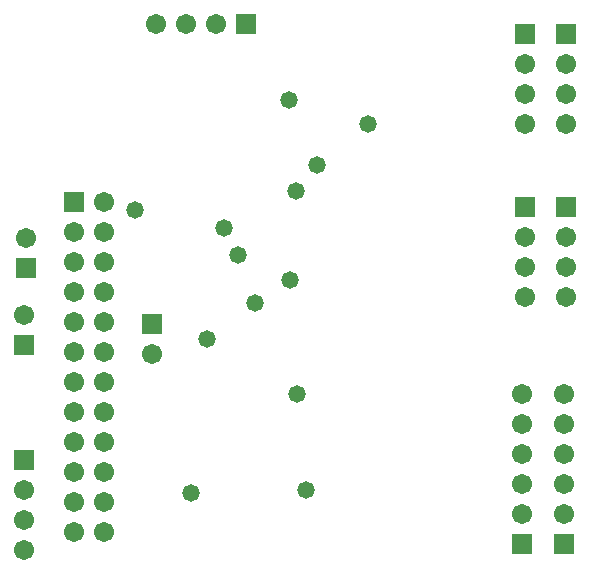
<source format=gbs>
G04 Layer_Color=16711935*
%FSLAX44Y44*%
%MOMM*%
G71*
G01*
G75*
%ADD46R,1.7032X1.7032*%
%ADD47C,1.7032*%
%ADD48R,1.7032X1.7032*%
%ADD49C,1.4732*%
D46*
X474980Y309880D02*
D03*
X440690D02*
D03*
X474980Y455930D02*
D03*
X440690D02*
D03*
X473710Y24130D02*
D03*
X438150D02*
D03*
X16510Y95250D02*
D03*
Y193040D02*
D03*
X17780Y257810D02*
D03*
X58420Y313690D02*
D03*
X124460Y210820D02*
D03*
D47*
X474980Y284480D02*
D03*
Y259080D02*
D03*
Y233680D02*
D03*
X440690Y284480D02*
D03*
Y259080D02*
D03*
Y233680D02*
D03*
X474980Y430530D02*
D03*
Y405130D02*
D03*
Y379730D02*
D03*
X440690Y430530D02*
D03*
Y405130D02*
D03*
Y379730D02*
D03*
X473710Y151130D02*
D03*
Y125730D02*
D03*
Y100330D02*
D03*
Y74930D02*
D03*
Y49530D02*
D03*
X438150Y151130D02*
D03*
Y125730D02*
D03*
Y100330D02*
D03*
Y74930D02*
D03*
Y49530D02*
D03*
X16510Y69850D02*
D03*
Y44450D02*
D03*
Y19050D02*
D03*
Y218440D02*
D03*
X17780Y283210D02*
D03*
X83820Y34290D02*
D03*
X58420D02*
D03*
X83820Y59690D02*
D03*
X58420D02*
D03*
X83820Y85090D02*
D03*
X58420D02*
D03*
X83820Y110490D02*
D03*
X58420D02*
D03*
X83820Y135890D02*
D03*
X58420D02*
D03*
X83820Y161290D02*
D03*
X58420D02*
D03*
X83820Y186690D02*
D03*
X58420D02*
D03*
X83820Y212090D02*
D03*
X58420D02*
D03*
X83820Y237490D02*
D03*
X58420D02*
D03*
X83820Y262890D02*
D03*
X58420D02*
D03*
X83820Y288290D02*
D03*
X58420D02*
D03*
X83820Y313690D02*
D03*
X179070Y464820D02*
D03*
X153670D02*
D03*
X128270D02*
D03*
X124460Y185420D02*
D03*
D48*
X204470Y464820D02*
D03*
D49*
X264160Y345440D02*
D03*
X255270Y69850D02*
D03*
X171570Y198240D02*
D03*
X185674Y291980D02*
D03*
X157480Y67818D02*
D03*
X197612Y269240D02*
D03*
X241046Y400050D02*
D03*
X246634Y323342D02*
D03*
X110236Y307354D02*
D03*
X247396Y151130D02*
D03*
X307810Y379730D02*
D03*
X212344Y228600D02*
D03*
X241808Y248158D02*
D03*
M02*

</source>
